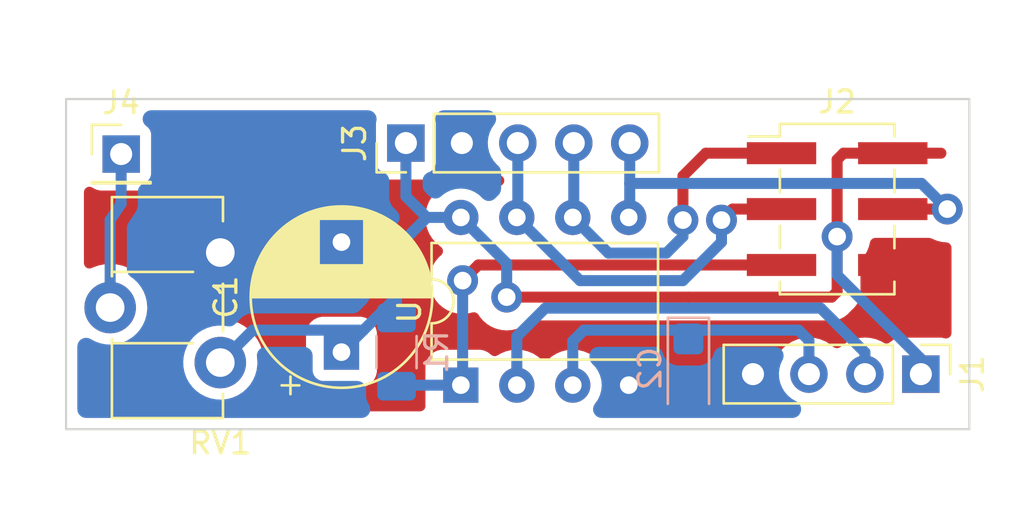
<source format=kicad_pcb>
(kicad_pcb (version 20211014) (generator pcbnew)
  (layers (0 "F.Cu" signal) (31 "B.Cu" signal) (34 "B.Paste" user) (35 "F.Paste" user) (36 "B.SilkS" user "B.Silkscreen") (37 "F.SilkS" user "F.Silkscreen") (38 "B.Mask" user) (39 "F.Mask" user) (44 "Edge.Cuts" user))
  (net 0 "")
  (net 1 "+5V")
  (net 2 "GND")
  (net 3 "/button")
  (net 4 "/hall")
  (net 5 "/RST")
  (net 6 "/VLCD")
  (net 7 "/WR")
  (net 8 "/CS")
  (net 9 "/DAT")
  (footprint "Connector_PinHeader_2.54mm:PinHeader_1x01_P2.54mm_Vertical" (layer "F.Cu") (at 98 72.5)
    (fp_text reference "J4" (at 0 -2.33) (layer "F.SilkS"))
    (fp_text value "Conn_01x01")
    (fp_line (start -1.33 1.27) (end -1.33 1.33) (layer "F.SilkS") (width 0.12))
    (fp_line (start -1.33 0) (end -1.33 -1.33) (layer "F.SilkS") (width 0.12))
    (fp_line (start -1.33 -1.33) (end 0 -1.33) (layer "F.SilkS") (width 0.12))
    (fp_line (start -1.33 1.33) (end 1.33 1.33) (layer "F.SilkS") (width 0.12))
    (fp_line (start 1.33 1.27) (end 1.33 1.33) (layer "F.SilkS") (width 0.12))
    (fp_line (start -1.33 1.27) (end 1.33 1.27) (layer "F.SilkS") (width 0.12))
    (pad "1" thru_hole rect (at 0 0) (size 1.7 1.7) (drill 1) (layers *.Cu *.Mask) (net 6 "/VLCD"))
  )
  (footprint "Potentiometer_THT:Potentiometer_ACP_CA9-H5_Horizontal" (layer "F.Cu") (at 102.5 81.975 180)
    (fp_text reference "RV1" (at 0 -3.65) (layer "F.SilkS"))
    (fp_text value "10k")
    (fp_line (start 4.92 3.925) (end 4.92 4.12) (layer "F.SilkS") (width 0.12))
    (fp_line (start 1.237 0.88) (end 4.92 0.88) (layer "F.SilkS") (width 0.12))
    (fp_line (start -0.121 -2.521) (end -0.121 -1.426) (layer "F.SilkS") (width 0.12))
    (fp_line (start 4.92 3.925) (end 4.92 7.52) (layer "F.SilkS") (width 0.12))
    (fp_line (start 1.237 4.12) (end 4.92 4.12) (layer "F.SilkS") (width 0.12))
    (fp_line (start -0.121 7.52) (end 4.92 7.52) (layer "F.SilkS") (width 0.12))
    (fp_line (start -0.121 -2.521) (end 4.92 -2.521) (layer "F.SilkS") (width 0.12))
    (fp_line (start -0.121 6.425) (end -0.121 7.52) (layer "F.SilkS") (width 0.12))
    (fp_line (start 4.92 0.88) (end 4.92 1.075) (layer "F.SilkS") (width 0.12))
    (fp_line (start -0.121 1.426) (end -0.121 3.575) (layer "F.SilkS") (width 0.12))
    (fp_line (start 4.92 -2.521) (end 4.92 1.075) (layer "F.SilkS") (width 0.12))
    (fp_line (start -0.121 1.426) (end -0.121 3.575) (layer "F.SilkS") (width 0.12))
    (pad "1" thru_hole circle (at 0 0 180) (size 2.34 2.34) (drill 1.3) (layers *.Cu *.Mask) (net 1 "+5V"))
    (pad "2" thru_hole circle (at 5 2.5 180) (size 2.34 2.34) (drill 1.3) (layers *.Cu *.Mask) (net 6 "/VLCD"))
    (pad "3" thru_hole circle (at 0 5 180) (size 2.34 2.34) (drill 1.3) (layers *.Cu *.Mask) (net 2 "GND"))
  )
  (footprint "Package_DIP:DIP-8_W7.62mm" (layer "F.Cu") (at 113.42 83 90)
    (fp_text reference "U1" (at 3.81 -2.33 90) (layer "F.SilkS"))
    (fp_text value "ATtiny13A-P")
    (fp_line (start 2.81 -1.33) (end 1.16 -1.33) (layer "F.SilkS") (width 0.12))
    (fp_line (start 6.46 -1.33) (end 4.81 -1.33) (layer "F.SilkS") (width 0.12))
    (fp_line (start 1.16 8.95) (end 6.46 8.95) (layer "F.SilkS") (width 0.12))
    (fp_line (start 1.16 -1.33) (end 1.16 8.95) (layer "F.SilkS") (width 0.12))
    (fp_line (start 6.46 8.95) (end 6.46 -1.33) (layer "F.SilkS") (width 0.12))
    (fp_arc (start 4.81 -1.33) (mid 3.81 -0.33) (end 2.81 -1.33) (layer "F.SilkS") (width 0.12))
    (pad "1" thru_hole rect (at 0 0 90) (size 1.6 1.6) (drill 0.8) (layers *.Cu *.Mask) (net 5 "/RST"))
    (pad "2" thru_hole oval (at 0 2.54 90) (size 1.6 1.6) (drill 0.8) (layers *.Cu *.Mask) (net 4 "/hall"))
    (pad "3" thru_hole oval (at 0 5.08 90) (size 1.6 1.6) (drill 0.8) (layers *.Cu *.Mask) (net 3 "/button"))
    (pad "4" thru_hole oval (at 0 7.62 90) (size 1.6 1.6) (drill 0.8) (layers *.Cu *.Mask) (net 2 "GND"))
    (pad "5" thru_hole oval (at 7.62 7.62 90) (size 1.6 1.6) (drill 0.8) (layers *.Cu *.Mask) (net 8 "/CS"))
    (pad "6" thru_hole oval (at 7.62 5.08 90) (size 1.6 1.6) (drill 0.8) (layers *.Cu *.Mask) (net 7 "/WR"))
    (pad "7" thru_hole oval (at 7.62 2.54 90) (size 1.6 1.6) (drill 0.8) (layers *.Cu *.Mask) (net 9 "/DAT"))
    (pad "8" thru_hole oval (at 7.62 0 90) (size 1.6 1.6) (drill 0.8) (layers *.Cu *.Mask) (net 1 "+5V"))
  )
  (footprint "Capacitor_THT:CP_Radial_D8.0mm_P5.00mm" (layer "F.Cu") (at 108 81.5 90)
    (fp_text reference "C1" (at 2.5 -5.25 90) (layer "F.SilkS"))
    (fp_text value "100u")
    (fp_line (start 4.421 1.04) (end 4.421 3.606) (layer "F.SilkS") (width 0.12))
    (fp_line (start 4.741 1.04) (end 4.741 3.418) (layer "F.SilkS") (width 0.12))
    (fp_line (start 4.621 1.04) (end 4.621 3.493) (layer "F.SilkS") (width 0.12))
    (fp_line (start 3.461 -3.967) (end 3.461 3.967) (layer "F.SilkS") (width 0.12))
    (fp_line (start 5.701 -2.556) (end 5.701 -1.04) (layer "F.SilkS") (width 0.12))
    (fp_line (start 4.181 -3.722) (end 4.181 -1.04) (layer "F.SilkS") (width 0.12))
    (fp_line (start 3.901 -3.835) (end 3.901 3.835) (layer "F.SilkS") (width 0.12))
    (fp_line (start 5.821 -2.4) (end 5.821 -1.04) (layer "F.SilkS") (width 0.12))
    (fp_line (start 3.06 -4.042) (end 3.06 4.042) (layer "F.SilkS") (width 0.12))
    (fp_line (start 4.141 1.04) (end 4.141 3.74) (layer "F.SilkS") (width 0.12))
    (fp_line (start 4.701 1.04) (end 4.701 3.444) (layer "F.SilkS") (width 0.12))
    (fp_line (start 5.901 1.04) (end 5.901 2.287) (layer "F.SilkS") (width 0.12))
    (fp_line (start 4.821 1.04) (end 4.821 3.365) (layer "F.SilkS") (width 0.12))
    (fp_line (start 5.581 -2.697) (end 5.581 -1.04) (layer "F.SilkS") (width 0.12))
    (fp_line (start 4.141 -3.74) (end 4.141 -1.04) (layer "F.SilkS") (width 0.12))
    (fp_line (start 5.421 -2.867) (end 5.421 -1.04) (layer "F.SilkS") (width 0.12))
    (fp_line (start 5.181 -3.09) (end 5.181 -1.04) (layer "F.SilkS") (width 0.12))
    (fp_line (start 6.021 -2.102) (end 6.021 -1.04) (layer "F.SilkS") (width 0.12))
    (fp_line (start 6.461 -1.098) (end 6.461 1.098) (layer "F.SilkS") (width 0.12))
    (fp_line (start 3.541 -3.947) (end 3.541 3.947) (layer "F.SilkS") (width 0.12))
    (fp_line (start 3.861 -3.85) (end 3.861 3.85) (layer "F.SilkS") (width 0.12))
    (fp_line (start 6.301 -1.552) (end 6.301 1.552) (layer "F.SilkS") (width 0.12))
    (fp_line (start 4.061 -3.774) (end 4.061 -1.04) (layer "F.SilkS") (width 0.12))
    (fp_line (start 3.341 -3.994) (end 3.341 3.994) (layer "F.SilkS") (width 0.12))
    (fp_line (start 3.581 -3.936) (end 3.581 3.936) (layer "F.SilkS") (width 0.12))
    (fp_line (start 6.181 -1.813) (end 6.181 1.813) (layer "F.SilkS") (width 0.12))
    (fp_line (start 4.781 -3.392) (end 4.781 -1.04) (layer "F.SilkS") (width 0.12))
    (fp_line (start 3.981 1.04) (end 3.981 3.805) (layer "F.SilkS") (width 0.12))
    (fp_line (start 4.941 -3.28) (end 4.941 -1.04) (layer "F.SilkS") (width 0.12))
    (fp_line (start 5.661 -2.604) (end 5.661 -1.04) (layer "F.SilkS") (width 0.12))
    (fp_line (start 5.061 1.04) (end 5.061 3.189) (layer "F.SilkS") (width 0.12))
    (fp_line (start 2.54 -4.08) (end 2.54 4.08) (layer "F.SilkS") (width 0.12))
    (fp_line (start 4.621 -3.493) (end 4.621 -1.04) (layer "F.SilkS") (width 0.12))
    (fp_line (start 5.741 1.04) (end 5.741 2.505) (layer "F.SilkS") (width 0.12))
    (fp_line (start 2.98 -4.052) (end 2.98 4.052) (layer "F.SilkS") (width 0.12))
    (fp_line (start 5.741 -2.505) (end 5.741 -1.04) (layer "F.SilkS") (width 0.12))
    (fp_line (start 4.581 1.04) (end 4.581 3.517) (layer "F.SilkS") (width 0.12))
    (fp_line (start 4.701 -3.444) (end 4.701 -1.04) (layer "F.SilkS") (width 0.12))
    (fp_line (start 4.421 -3.606) (end 4.421 -1.04) (layer "F.SilkS") (width 0.12))
    (fp_line (start 4.501 -3.562) (end 4.501 -1.04) (layer "F.SilkS") (width 0.12))
    (fp_line (start 2.9 -4.061) (end 2.9 4.061) (layer "F.SilkS") (width 0.12))
    (fp_line (start 5.221 -3.055) (end 5.221 -1.04) (layer "F.SilkS") (width 0.12))
    (fp_line (start 5.341 -2.945) (end 5.341 -1.04) (layer "F.SilkS") (width 0.12))
    (fp_line (start 5.261 1.04) (end 5.261 3.019) (layer "F.SilkS") (width 0.12))
    (fp_line (start 4.661 1.04) (end 4.661 3.469) (layer "F.SilkS") (width 0.12))
    (fp_line (start 2.58 -4.08) (end 2.58 4.08) (layer "F.SilkS") (width 0.12))
    (fp_line (start 5.301 1.04) (end 5.301 2.983) (layer "F.SilkS") (width 0.12))
    (fp_line (start 5.781 1.04) (end 5.781 2.454) (layer "F.SilkS") (width 0.12))
    (fp_line (start 4.581 -3.517) (end 4.581 -1.04) (layer "F.SilkS") (width 0.12))
    (fp_line (start 4.381 -3.627) (end 4.381 -1.04) (layer "F.SilkS") (width 0.12))
    (fp_line (start 3.18 -4.024) (end 3.18 4.024) (layer "F.SilkS") (width 0.12))
    (fp_line (start 4.021 1.04) (end 4.021 3.79) (layer "F.SilkS") (width 0.12))
    (fp_line (start 5.021 1.04) (end 5.021 3.22) (layer "F.SilkS") (width 0.12))
    (fp_line (start 4.341 1.04) (end 4.341 3.647) (layer "F.SilkS") (width 0.12))
    (fp_line (start 6.141 -1.89) (end 6.141 1.89) (layer "F.SilkS") (width 0.12))
    (fp_line (start 2.82 -4.068) (end 2.82 4.068) (layer "F.SilkS") (width 0.12))
    (fp_line (start 3.02 -4.048) (end 3.02 4.048) (layer "F.SilkS") (width 0.12))
    (fp_line (start 2.62 -4.079) (end 2.62 4.079) (layer "F.SilkS") (width 0.12))
    (fp_line (start 5.381 1.04) (end 5.381 2.907) (layer "F.SilkS") (width 0.12))
    (fp_line (start 5.901 -2.287) (end 5.901 -1.04) (layer "F.SilkS") (width 0.12))
    (fp_line (start 5.661 1.04) (end 5.661 2.604) (layer "F.SilkS") (width 0.12))
    (fp_line (start 5.861 -2.345) (end 5.861 -1.04) (layer "F.SilkS") (width 0.12))
    (fp_line (start 4.381 1.04) (end 4.381 3.627) (layer "F.SilkS") (width 0.12))
    (fp_line (start 6.341 -1.453) (end 6.341 1.453) (layer "F.SilkS") (width 0.12))
    (fp_line (start 5.381 -2.907) (end 5.381 -1.04) (layer "F.SilkS") (width 0.12))
    (fp_line (start 5.101 1.04) (end 5.101 3.156) (layer "F.SilkS") (width 0.12))
    (fp_line (start 2.78 -4.071) (end 2.78 4.071) (layer "F.SilkS") (width 0.12))
    (fp_line (start 3.821 -3.863) (end 3.821 3.863) (layer "F.SilkS") (width 0.12))
    (fp_line (start 3.621 -3.925) (end 3.621 3.925) (layer "F.SilkS") (width 0.12))
    (fp_line (start 3.261 -4.01) (end 3.261 4.01) (layer "F.SilkS") (width 0.12))
    (fp_line (start 5.981 -2.166) (end 5.981 -1.04) (layer "F.SilkS") (width 0.12))
    (fp_line (start 5.621 1.04) (end 5.621 2.651) (layer "F.SilkS") (width 0.12))
    (fp_line (start 5.701 1.04) (end 5.701 2.556) (layer "F.SilkS") (width 0.12))
    (fp_line (start 3.701 -3.902) (end 3.701 3.902) (layer "F.SilkS") (width 0.12))
    (fp_line (start 6.221 -1.731) (end 6.221 1.731) (layer "F.SilkS") (width 0.12))
    (fp_line (start 3.981 -3.805) (end 3.981 -1.04) (layer "F.SilkS") (width 0.12))
    (fp_line (start 5.141 -3.124) (end 5.141 -1.04) (layer "F.SilkS") (width 0.12))
    (fp_line (start 5.461 -2.826) (end 5.461 -1.04) (layer "F.SilkS") (width 0.12))
    (fp_line (start 6.421 -1.229) (end 6.421 1.229) (layer "F.SilkS") (width 0.12))
    (fp_line (start 5.541 1.04) (end 5.541 2.741) (layer "F.SilkS") (width 0.12))
    (fp_line (start 3.781 -3.877) (end 3.781 3.877) (layer "F.SilkS") (width 0.12))
    (fp_line (start 5.461 1.04) (end 5.461 2.826) (layer "F.SilkS") (width 0.12))
    (fp_line (start 6.541 -0.768) (end 6.541 0.768) (layer "F.SilkS") (width 0.12))
    (fp_line (start -1.909698 -2.315) (end -1.109698 -2.315) (layer "F.SilkS") (width 0.12))
    (fp_line (start 4.341 -3.647) (end 4.341 -1.04) (layer "F.SilkS") (width 0.12))
    (fp_line (start 4.821 -3.365) (end 4.821 -1.04) (layer "F.SilkS") (width 0.12))
    (fp_line (start 5.621 -2.651) (end 5.621 -1.04) (layer "F.SilkS") (width 0.12))
    (fp_line (start 4.861 -3.338) (end 4.861 -1.04) (layer "F.SilkS") (width 0.12))
    (fp_line (start 6.581 -0.533) (end 6.581 0.533) (layer "F.SilkS") (width 0.12))
    (fp_line (start 6.501 -0.948) (end 6.501 0.948) (layer "F.SilkS") (width 0.12))
    (fp_line (start 4.461 1.04) (end 4.461 3.584) (layer "F.SilkS") (width 0.12))
    (fp_line (start 6.021 1.04) (end 6.021 2.102) (layer "F.SilkS") (width 0.12))
    (fp_line (start 3.221 -4.017) (end 3.221 4.017) (layer "F.SilkS") (width 0.12))
    (fp_line (start 5.301 -2.983) (end 5.301 -1.04) (layer "F.SilkS") (width 0.12))
    (fp_line (start 5.341 1.04) (end 5.341 2.945) (layer "F.SilkS") (width 0.12))
    (fp_line (start 5.141 1.04) (end 5.141 3.124) (layer "F.SilkS") (width 0.12))
    (fp_line (start 6.061 -2.034) (end 6.061 2.034) (layer "F.SilkS") (width 0.12))
    (fp_line (start 4.181 1.04) (end 4.181 3.722) (layer "F.SilkS") (width 0.12))
    (fp_line (start 5.501 1.04) (end 5.501 2.784) (layer "F.SilkS") (width 0.12))
    (fp_line (start 3.741 -3.889) (end 3.741 3.889) (layer "F.SilkS") (width 0.12))
    (fp_line (start 3.301 -4.002) (end 3.301 4.002) (layer "F.SilkS") (width 0.12))
    (fp_line (start 4.061 1.04) (end 4.061 3.774) (layer "F.SilkS") (width 0.12))
    (fp_line (start 4.541 -3.54) (end 4.541 -1.04) (layer "F.SilkS") (width 0.12))
    (fp_line (start 3.421 -3.976) (end 3.421 3.976) (layer "F.SilkS") (width 0.12))
    (fp_line (start 2.86 -4.065) (end 2.86 4.065) (layer "F.SilkS") (width 0.12))
    (fp_line (start 4.301 -3.666) (end 4.301 -1.04) (layer "F.SilkS") (width 0.12))
    (fp_line (start 5.541 -2.741) (end 5.541 -1.04) (layer "F.SilkS") (width 0.12))
    (fp_line (start 6.101 -1.964) (end 6.101 1.964) (layer "F.SilkS") (width 0.12))
    (fp_line (start 5.781 -2.454) (end 5.781 -1.04) (layer "F.SilkS") (width 0.12))
    (fp_line (start 4.501 1.04) (end 4.501 3.562) (layer "F.SilkS") (width 0.12))
    (fp_line (start 4.741 -3.418) (end 4.741 -1.04) (layer "F.SilkS") (width 0.12))
    (fp_line (start 3.661 -3.914) (end 3.661 3.914) (layer "F.SilkS") (width 0.12))
    (fp_line (start 2.5 -4.08) (end 2.5 4.08) (layer "F.SilkS") (width 0.12))
    (fp_line (start 6.261 -1.645) (end 6.261 1.645) (layer "F.SilkS") (width 0.12))
    (fp_line (start 4.301 1.04) (end 4.301 3.666) (layer "F.SilkS") (width 0.12))
    (fp_line (start 4.101 -3.757) (end 4.101 -1.04) (layer "F.SilkS") (width 0.12))
    (fp_line (start 4.221 -3.704) (end 4.221 -1.04) (layer "F.SilkS") (width 0.12))
    (fp_line (start 5.261 -3.019) (end 5.261 -1.04) (layer "F.SilkS") (width 0.12))
    (fp_line (start 4.461 -3.584) (end 4.461 -1.04) (layer "F.SilkS") (width 0.12))
    (fp_line (start 5.221 1.04) (end 5.221 3.055) (layer "F.SilkS") (width 0.12))
    (fp_line (start 5.101 -3.156) (end 5.101 -1.04) (layer "F.SilkS") (width 0.12))
    (fp_line (start 6.381 -1.346) (end 6.381 1.346) (layer "F.SilkS") (width 0.12))
    (fp_line (start 2.7 -4.076) (end 2.7 4.076) (layer "F.SilkS") (width 0.12))
    (fp_line (start 5.941 1.04) (end 5.941 2.228) (layer "F.SilkS") (width 0.12))
    (fp_line (start 5.501 -2.784) (end 5.501 -1.04) (layer "F.SilkS") (width 0.12))
    (fp_line (start 2.66 -4.077) (end 2.66 4.077) (layer "F.SilkS") (width 0.12))
    (fp_line (start 4.541 1.04) (end 4.541 3.54) (layer "F.SilkS") (width 0.12))
    (fp_line (start 4.981 1.04) (end 4.981 3.25) (layer "F.SilkS") (width 0.12))
    (fp_line (start 4.101 1.04) (end 4.101 3.757) (layer "F.SilkS") (width 0.12))
    (fp_line (start 4.901 1.04) (end 4.901 3.309) (layer "F.SilkS") (width 0.12))
    (fp_line (start 3.1 -4.037) (end 3.1 4.037) (layer "F.SilkS") (width 0.12))
    (fp_line (start 2.74 -4.074) (end 2.74 4.074) (layer "F.SilkS") (width 0.12))
    (fp_line (start 5.021 -3.22) (end 5.021 -1.04) (layer "F.SilkS") (width 0.12))
    (fp_line (start 5.061 -3.189) (end 5.061 -1.04) (layer "F.SilkS") (width 0.12))
    (fp_line (start 5.981 1.04) (end 5.981 2.166) (layer "F.SilkS") (width 0.12))
    (fp_line (start 3.941 -3.821) (end 3.941 3.821) (layer "F.SilkS") (width 0.12))
    (fp_line (start 4.861 1.04) (end 4.861 3.338) (layer "F.SilkS") (width 0.12))
    (fp_line (start 3.501 -3.957) (end 3.501 3.957) (layer "F.SilkS") (width 0.12))
    (fp_line (start 4.981 -3.25) (end 4.981 -1.04) (layer "F.SilkS") (width 0.12))
    (fp_line (start 4.781 1.04) (end 4.781 3.392) (layer "F.SilkS") (width 0.12))
    (fp_line (start 4.941 1.04) (end 4.941 3.28) (layer "F.SilkS") (width 0.12))
    (fp_line (start 4.021 -3.79) (end 4.021 -1.04) (layer "F.SilkS") (width 0.12))
    (fp_line (start 3.381 -3.985) (end 3.381 3.985) (layer "F.SilkS") (width 0.12))
    (fp_line (start 4.261 1.04) (end 4.261 3.686) (layer "F.SilkS") (width 0.12))
    (fp_line (start 5.941 -2.228) (end 5.941 -1.04) (layer "F.SilkS") (width 0.12))
    (fp_line (start 5.821 1.04) (end 5.821 2.4) (layer "F.SilkS") (width 0.12))
    (fp_line (start 5.421 1.04) (end 5.421 2.867) (layer "F.SilkS") (width 0.12))
    (fp_line (start 5.581 1.04) (end 5.581 2.697) (layer "F.SilkS") (width 0.12))
    (fp_line (start 3.14 -4.03) (end 3.14 4.03) (layer "F.SilkS") (width 0.12))
    (fp_line (start -1.509698 -2.715) (end -1.509698 -1.915) (layer "F.SilkS") (width 0.12))
    (fp_line (start 4.221 1.04) (end 4.221 3.704) (layer "F.SilkS") (width 0.12))
    (fp_line (start 4.661 -3.469) (end 4.661 -1.04) (layer "F.SilkS") (width 0.12))
    (fp_line (start 4.901 -3.309) (end 4.901 -1.04) (layer "F.SilkS") (width 0.12))
    (fp_line (start 4.261 -3.686) (end 4.261 -1.04) (layer "F.SilkS") (width 0.12))
    (fp_line (start 5.181 1.04) (end 5.181 3.09) (layer "F.SilkS") (width 0.12))
    (fp_line (start 2.94 -4.057) (end 2.94 4.057) (layer "F.SilkS") (width 0.12))
    (fp_line (start 5.861 1.04) (end 5.861 2.345) (layer "F.SilkS") (width 0.12))
    (fp_circle (center 2.5 0) (end 6.62 0) (layer "F.SilkS") (width 0.12) (fill none))
    (pad "1" thru_hole rect (at 0 0 90) (size 1.6 1.6) (drill 0.8) (layers *.Cu *.Mask) (net 1 "+5V"))
    (pad "2" thru_hole circle (at 5 0 90) (size 1.6 1.6) (drill 0.8) (layers *.Cu *.Mask) (net 2 "GND"))
  )
  (footprint "Connector_PinHeader_2.54mm:PinHeader_2x03_P2.54mm_Vertical_SMD" (layer "F.Cu") (at 130.5 75)
    (fp_text reference "J2" (at 0 -4.87) (layer "F.SilkS"))
    (fp_text value "AVR-ISP-6")
    (fp_line (start -2.6 3.87) (end 2.6 3.87) (layer "F.SilkS") (width 0.12))
    (fp_line (start -4.04 -3.3) (end -2.6 -3.3) (layer "F.SilkS") (width 0.12))
    (fp_line (start -2.6 0.76) (end -2.6 1.78) (layer "F.SilkS") (width 0.12))
    (fp_line (start -2.6 -3.87) (end 2.6 -3.87) (layer "F.SilkS") (width 0.12))
    (fp_line (start -2.6 -3.87) (end -2.6 -3.3) (layer "F.SilkS") (width 0.12))
    (fp_line (start -2.6 -1.78) (end -2.6 -0.76) (layer "F.SilkS") (width 0.12))
    (fp_line (start -2.6 3.3) (end -2.6 3.87) (layer "F.SilkS") (width 0.12))
    (fp_line (start 2.6 3.3) (end 2.6 3.87) (layer "F.SilkS") (width 0.12))
    (fp_line (start 2.6 -1.78) (end 2.6 -0.76) (layer "F.SilkS") (width 0.12))
    (fp_line (start 2.6 0.76) (end 2.6 1.78) (layer "F.SilkS") (width 0.12))
    (fp_line (start 2.6 -3.87) (end 2.6 -3.3) (layer "F.SilkS") (width 0.12))
    (pad "1" smd rect (at -2.525 -2.54) (size 3.15 1) (layers "F.Cu" "F.Paste" "F.Mask") (net 7 "/WR"))
    (pad "2" smd rect (at 2.525 -2.54) (size 3.15 1) (layers "F.Cu" "F.Paste" "F.Mask") (net 1 "+5V"))
    (pad "3" smd rect (at -2.525 0) (size 3.15 1) (layers "F.Cu" "F.Paste" "F.Mask") (net 9 "/DAT"))
    (pad "4" smd rect (at 2.525 0) (size 3.15 1) (layers "F.Cu" "F.Paste" "F.Mask") (net 8 "/CS"))
    (pad "5" smd rect (at -2.525 2.54) (size 3.15 1) (layers "F.Cu" "F.Paste" "F.Mask") (net 5 "/RST"))
    (pad "6" smd rect (at 2.525 2.54) (size 3.15 1) (layers "F.Cu" "F.Paste" "F.Mask") (net 2 "GND"))
  )
  (footprint "Connector_PinHeader_2.54mm:PinHeader_1x04_P2.54mm_Vertical" (layer "F.Cu") (at 134.3 82.5 -90)
    (fp_text reference "J1" (at 0 -2.33 90) (layer "F.SilkS"))
    (fp_text value "Conn_EV")
    (fp_line (start -1.33 1.27) (end -1.33 8.95) (layer "F.SilkS") (width 0.12))
    (fp_line (start -1.33 1.27) (end 1.33 1.27) (layer "F.SilkS") (width 0.12))
    (fp_line (start -1.33 8.95) (end 1.33 8.95) (layer "F.SilkS") (width 0.12))
    (fp_line (start 1.33 1.27) (end 1.33 8.95) (layer "F.SilkS") (width 0.12))
    (fp_line (start -1.33 -1.33) (end 0 -1.33) (layer "F.SilkS") (width 0.12))
    (fp_line (start -1.33 0) (end -1.33 -1.33) (layer "F.SilkS") (width 0.12))
    (pad "1" thru_hole rect (at 0 0 270) (size 1.7 1.7) (drill 1) (layers *.Cu *.Mask) (net 1 "+5V"))
    (pad "2" thru_hole oval (at 0 2.54 270) (size 1.7 1.7) (drill 1) (layers *.Cu *.Mask) (net 4 "/hall"))
    (pad "3" thru_hole oval (at 0 5.08 270) (size 1.7 1.7) (drill 1) (layers *.Cu *.Mask) (net 3 "/button"))
    (pad "4" thru_hole oval (at 0 7.62 270) (size 1.7 1.7) (drill 1) (layers *.Cu *.Mask) (net 2 "GND"))
  )
  (footprint "Connector_PinHeader_2.54mm:PinHeader_1x05_P2.54mm_Vertical" (layer "F.Cu") (at 110.925 72 90)
    (fp_text reference "J3" (at 0 -2.33 90) (layer "F.SilkS"))
    (fp_text value "Conn_LCD")
    (fp_line (start -1.33 1.27) (end -1.33 11.49) (layer "F.SilkS") (width 0.12))
    (fp_line (start 1.33 1.27) (end 1.33 11.49) (layer "F.SilkS") (width 0.12))
    (fp_line (start -1.33 0) (end -1.33 -1.33) (layer "F.SilkS") (width 0.12))
    (fp_line (start -1.33 -1.33) (end 0 -1.33) (layer "F.SilkS") (width 0.12))
    (fp_line (start -1.33 1.27) (end 1.33 1.27) (layer "F.SilkS") (width 0.12))
    (fp_line (start -1.33 11.49) (end 1.33 11.49) (layer "F.SilkS") (width 0.12))
    (pad "1" thru_hole rect (at 0 0 90) (size 1.7 1.7) (drill 1) (layers *.Cu *.Mask) (net 1 "+5V"))
    (pad "2" thru_hole oval (at 0 2.54 90) (size 1.7 1.7) (drill 1) (layers *.Cu *.Mask) (net 2 "GND"))
    (pad "3" thru_hole oval (at 0 5.08 90) (size 1.7 1.7) (drill 1) (layers *.Cu *.Mask) (net 9 "/DAT"))
    (pad "4" thru_hole oval (at 0 7.62 90) (size 1.7 1.7) (drill 1) (layers *.Cu *.Mask) (net 7 "/WR"))
    (pad "5" thru_hole oval (at 0 10.16 90) (size 1.7 1.7) (drill 1) (layers *.Cu *.Mask) (net 8 "/CS"))
  )
  (footprint "Capacitor_Tantalum_SMD:CP_EIA-3216-12_Kemet-S" (layer "B.Cu") (at 123.75 82.25 -90)
    (fp_text reference "C2" (at 0 1.75 90) (layer "B.SilkS") (effects (justify mirror)))
    (fp_text value "1u")
    (fp_line (start -2.31 -0.935) (end 1.6 -0.935) (layer "B.SilkS") (width 0.12))
    (fp_line (start 1.6 0.935) (end -2.31 0.935) (layer "B.SilkS") (width 0.12))
    (fp_line (start -2.31 0.935) (end -2.31 -0.935) (layer "B.SilkS") (width 0.12))
    (pad "1" smd roundrect (at -1.35 0 270) (size 1.4 1.35) (layers "B.Cu" "B.Paste" "B.Mask") (roundrect_rratio 0.1851851852) (net 3 "/button"))
    (pad "2" smd roundrect (at 1.35 0 270) (size 1.4 1.35) (layers "B.Cu" "B.Paste" "B.Mask") (roundrect_rratio 0.1851851852) (net 2 "GND"))
  )
  (footprint "Resistor_SMD:R_1206_3216Metric_Pad1.30x1.75mm_HandSolder" (layer "B.Cu") (at 110.5 81.5 90)
    (fp_text reference "R1" (at 0 1.82 90) (layer "B.SilkS") (effects (justify mirror)))
    (fp_text value "R")
    (fp_line (start -0.727064 -0.91) (end 0.727064 -0.91) (layer "B.SilkS") (width 0.12))
    (fp_line (start -0.727064 0.91) (end 0.727064 0.91) (layer "B.SilkS") (width 0.12))
    (pad "1" smd roundrect (at -1.55 0 90) (size 1.3 1.75) (layers "B.Cu" "B.Paste" "B.Mask") (roundrect_rratio 0.1923076923) (net 5 "/RST"))
    (pad "2" smd roundrect (at 1.55 0 90) (size 1.3 1.75) (layers "B.Cu" "B.Paste" "B.Mask") (roundrect_rratio 0.1923076923) (net 1 "+5V"))
  )
  (gr_line (start 95.5 70) (end 95.5 85) (layer "Edge.Cuts") (width 0.1))
  (gr_line (start 136.5 85) (end 136.5 70) (layer "Edge.Cuts") (width 0.1))
  (gr_line (start 95.5 85) (end 136.5 85) (layer "Edge.Cuts") (width 0.1))
  (gr_line (start 136.5 70) (end 95.5 70) (layer "Edge.Cuts") (width 0.1))
  (segment (start 133.025 72.46) (end 130.79 72.46) (width 0.5) (layer "F.Cu") (net 1))
  (segment (start 130.79 72.46) (end 130.5 72.75) (width 0.5) (layer "F.Cu") (net 1))
  (segment (start 130.5 72.75) (end 130.5 76.25) (width 0.5) (layer "F.Cu") (net 1))
  (segment (start 123.75 79) (end 115.5 79) (width 0.5) (layer "F.Cu") (net 1))
  (segment (start 130.25 79) (end 123.75 79) (width 0.5) (layer "F.Cu") (net 1))
  (segment (start 130.5 76.25) (end 130.5 78.75) (width 0.5) (layer "F.Cu") (net 1))
  (segment (start 130.5 78.75) (end 130.25 79) (width 0.5) (layer "F.Cu") (net 1))
  (segment (start 133.025 72.46) (end 135.21 72.46) (width 0.5) (layer "F.Cu") (net 1))
  (via (at 115.5 79) (size 1.4) (drill 0.8) (layers "F.Cu" "B.Cu") (net 1))
  (via (at 130.5 76.25) (size 1.4) (drill 0.8) (layers "F.Cu" "B.Cu") (net 1))
  (segment (start 110.5 78.75) (end 110.5 79) (width 0.5) (layer "B.Cu") (net 1))
  (segment (start 115.5 77.46) (end 115.5 79) (width 0.5) (layer "B.Cu") (net 1))
  (segment (start 134.3 82.5) (end 134.3 81.8) (width 0.5) (layer "B.Cu") (net 1))
  (segment (start 109 80.5) (end 108 81.5) (width 0.5) (layer "B.Cu") (net 1))
  (segment (start 111.88 75.38) (end 113.42 75.38) (width 0.5) (layer "B.Cu") (net 1))
  (segment (start 134.3 81.8) (end 130.5 78) (width 0.5) (layer "B.Cu") (net 1))
  (segment (start 103.975 80.5) (end 102.5 81.975) (width 0.5) (layer "B.Cu") (net 1))
  (segment (start 110.925 74.425) (end 111.88 75.38) (width 0.5) (layer "B.Cu") (net 1))
  (segment (start 110.925 72) (end 110.925 74.425) (width 0.5) (layer "B.Cu") (net 1))
  (segment (start 110.5 78.75) (end 110.5 76.76) (width 0.5) (layer "B.Cu") (net 1))
  (segment (start 110.5 79) (end 109 80.5) (width 0.5) (layer "B.Cu") (net 1))
  (segment (start 113.42 75.38) (end 115.5 77.46) (width 0.5) (layer "B.Cu") (net 1))
  (segment (start 130.5 78) (end 130.5 76.25) (width 0.5) (layer "B.Cu") (net 1))
  (segment (start 110.5 76.76) (end 111.88 75.38) (width 0.5) (layer "B.Cu") (net 1))
  (segment (start 110.5 79.95) (end 110.5 78.75) (width 0.5) (layer "B.Cu") (net 1))
  (segment (start 109 80.5) (end 103.975 80.5) (width 0.5) (layer "B.Cu") (net 1))
  (segment (start 133.025 77.54) (end 134.54 77.54) (width 0.5) (layer "F.Cu") (net 2))
  (segment (start 123.75 83.6) (end 121.64 83.6) (width 0.5) (layer "B.Cu") (net 2))
  (segment (start 121.64 83.6) (end 121.04 83) (width 0.5) (layer "B.Cu") (net 2))
  (segment (start 129.22 82.5) (end 129.22 80.97) (width 0.5) (layer "B.Cu") (net 3))
  (segment (start 123.75 80.5) (end 119 80.5) (width 0.5) (layer "B.Cu") (net 3))
  (segment (start 119 80.5) (end 118.5 81) (width 0.5) (layer "B.Cu") (net 3))
  (segment (start 123.75 80.9) (end 123.75 80.5) (width 0.5) (layer "B.Cu") (net 3))
  (segment (start 128.75 80.5) (end 123.75 80.5) (width 0.5) (layer "B.Cu") (net 3))
  (segment (start 118.5 81) (end 118.5 83) (width 0.5) (layer "B.Cu") (net 3))
  (segment (start 129.22 80.97) (end 128.75 80.5) (width 0.5) (layer "B.Cu") (net 3))
  (segment (start 115.96 80.79) (end 117.25 79.5) (width 0.5) (layer "B.Cu") (net 4))
  (segment (start 131.76 81.51) (end 131.76 82.5) (width 0.5) (layer "B.Cu") (net 4))
  (segment (start 115.96 83) (end 115.96 80.79) (width 0.5) (layer "B.Cu") (net 4))
  (segment (start 129.75 79.5) (end 131.76 81.51) (width 0.5) (layer "B.Cu") (net 4))
  (segment (start 117.25 79.5) (end 129.75 79.5) (width 0.5) (layer "B.Cu") (net 4))
  (segment (start 127.975 77.54) (end 114.21 77.54) (width 0.5) (layer "F.Cu") (net 5))
  (segment (start 114.21 77.54) (end 113.5 78.25) (width 0.5) (layer "F.Cu") (net 5))
  (via (at 113.5 78.25) (size 1.4) (drill 0.8) (layers "F.Cu" "B.Cu") (net 5))
  (segment (start 113.42 83) (end 110.55 83) (width 0.5) (layer "B.Cu") (net 5))
  (segment (start 110.55 83) (end 110.5 83.05) (width 0.5) (layer "B.Cu") (net 5))
  (segment (start 113.5 82.92) (end 113.42 83) (width 0.5) (layer "B.Cu") (net 5))
  (segment (start 113.5 78.25) (end 113.5 82.92) (width 0.5) (layer "B.Cu") (net 5))
  (segment (start 97.5 75.5) (end 98 74.75) (width 0.5) (layer "B.Cu") (net 6))
  (segment (start 98 74.75) (end 98 72.5) (width 0.5) (layer "B.Cu") (net 6))
  (segment (start 97.5 79.475) (end 97.5 75.5) (width 0.5) (layer "B.Cu") (net 6))
  (segment (start 123.5 73.5) (end 124.54 72.46) (width 0.5) (layer "F.Cu") (net 7))
  (segment (start 124.54 72.46) (end 127.975 72.46) (width 0.5) (layer "F.Cu") (net 7))
  (segment (start 123.5 75.5) (end 123.5 73.5) (width 0.5) (layer "F.Cu") (net 7))
  (via (at 123.5 75.5) (size 1.4) (drill 0.8) (layers "F.Cu" "B.Cu") (net 7))
  (segment (start 118.545 72) (end 118.545 75.335) (width 0.5) (layer "B.Cu") (net 7))
  (segment (start 123.5 76.25) (end 123.5 75.5) (width 0.5) (layer "B.Cu") (net 7))
  (segment (start 118.545 75.335) (end 118.5 75.38) (width 0.5) (layer "B.Cu") (net 7))
  (segment (start 122.75 77) (end 123.5 76.25) (width 0.5) (layer "B.Cu") (net 7))
  (segment (start 118.5 75.38) (end 120.12 77) (width 0.5) (layer "B.Cu") (net 7))
  (segment (start 120.12 77) (end 122.75 77) (width 0.5) (layer "B.Cu") (net 7))
  (segment (start 135.5 75) (end 133.025 75) (width 0.5) (layer "F.Cu") (net 8))
  (via (at 135.5 75) (size 1.4) (drill 0.8) (layers "F.Cu" "B.Cu") (net 8))
  (segment (start 121.085 73.835) (end 134.335 73.835) (width 0.5) (layer "B.Cu") (net 8))
  (segment (start 121.085 73.835) (end 121.085 75.335) (width 0.5) (layer "B.Cu") (net 8))
  (segment (start 134.335 73.835) (end 135.5 75) (width 0.5) (layer "B.Cu") (net 8))
  (segment (start 121.085 72) (end 121.085 73.835) (width 0.5) (layer "B.Cu") (net 8))
  (segment (start 121.085 75.335) (end 121.04 75.38) (width 0.5) (layer "B.Cu") (net 8))
  (segment (start 125.25 75.5) (end 125.75 75) (width 0.5) (layer "F.Cu") (net 9))
  (segment (start 125.75 75) (end 127.975 75) (width 0.5) (layer "F.Cu") (net 9))
  (via (at 125.25 75.5) (size 1.4) (drill 0.8) (layers "F.Cu" "B.Cu") (net 9))
  (segment (start 115.96 75.38) (end 118.83 78.25) (width 0.5) (layer "B.Cu") (net 9))
  (segment (start 116.005 72) (end 116.005 75.335) (width 0.5) (layer "B.Cu") (net 9))
  (segment (start 116.005 75.335) (end 115.96 75.38) (width 0.5) (layer "B.Cu") (net 9))
  (segment (start 123.5 78.25) (end 125.25 76.5) (width 0.5) (layer "B.Cu") (net 9))
  (segment (start 125.25 76.5) (end 125.25 75.5) (width 0.5) (layer "B.Cu") (net 9))
  (segment (start 118.83 78.25) (end 123.5 78.25) (width 0.5) (layer "B.Cu") (net 9))
  (zone (net 2) (net_name "GND") (layer "F.Cu") (connect_pads yes (clearance 0.808)) (min_thickness 0.5) (fill yes (thermal_gap 1.508) (thermal_bridge_width 1.508))
    (polygon (pts (xy 139 68) (xy 137.5 89) (xy 92.5 88) (xy 93.5 67)))
  )
  (zone (net 2) (net_name "GND") (layer "B.Cu") (connect_pads yes (clearance 0.508)) (min_thickness 0.8) (fill yes (thermal_gap 2) (thermal_bridge_width 2))
    (polygon (pts (xy 138 66) (xy 139 87.5) (xy 93.5 89) (xy 92.5 70) (xy 97 65.5)))
  )
)
</source>
